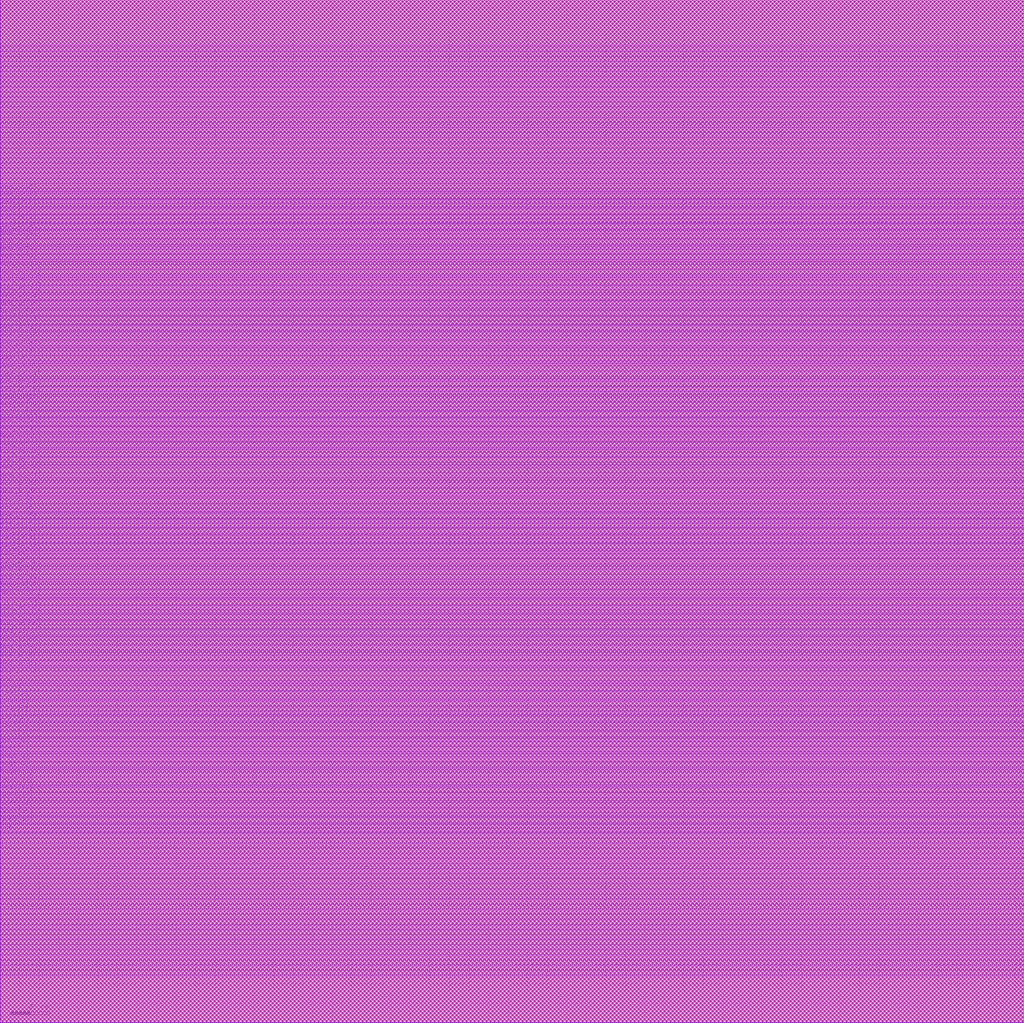
<source format=lef>
##
## LEF for PtnCells ;
## created by Innovus v15.23-s045_1 on Thu Mar 20 11:53:42 2025
##

VERSION 5.8 ;

BUSBITCHARS "[]" ;
DIVIDERCHAR "/" ;

MACRO core
  CLASS BLOCK ;
  SIZE 524.2000 BY 524.0000 ;
  FOREIGN core 0.0000 0.0000 ;
  ORIGIN 0 0 ;
  SYMMETRY X Y R90 ;
  PIN clk
    DIRECTION INPUT ;
    USE SIGNAL ;
    PORT
      LAYER M3 ;
        RECT 0.0000 97.7500 0.5200 97.8500 ;
    END
  END clk
  PIN sum_out[23]
    DIRECTION OUTPUT ;
    USE SIGNAL ;
    PORT
      LAYER M3 ;
        RECT 523.6800 84.1500 524.2000 84.2500 ;
    END
  END sum_out[23]
  PIN sum_out[22]
    DIRECTION OUTPUT ;
    USE SIGNAL ;
    PORT
      LAYER M3 ;
        RECT 523.6800 81.5500 524.2000 81.6500 ;
    END
  END sum_out[22]
  PIN sum_out[21]
    DIRECTION OUTPUT ;
    USE SIGNAL ;
    PORT
      LAYER M3 ;
        RECT 523.6800 78.9500 524.2000 79.0500 ;
    END
  END sum_out[21]
  PIN sum_out[20]
    DIRECTION OUTPUT ;
    USE SIGNAL ;
    PORT
      LAYER M3 ;
        RECT 523.6800 76.3500 524.2000 76.4500 ;
    END
  END sum_out[20]
  PIN sum_out[19]
    DIRECTION OUTPUT ;
    USE SIGNAL ;
    PORT
      LAYER M3 ;
        RECT 523.6800 73.7500 524.2000 73.8500 ;
    END
  END sum_out[19]
  PIN sum_out[18]
    DIRECTION OUTPUT ;
    USE SIGNAL ;
    PORT
      LAYER M3 ;
        RECT 523.6800 71.1500 524.2000 71.2500 ;
    END
  END sum_out[18]
  PIN sum_out[17]
    DIRECTION OUTPUT ;
    USE SIGNAL ;
    PORT
      LAYER M3 ;
        RECT 523.6800 68.5500 524.2000 68.6500 ;
    END
  END sum_out[17]
  PIN sum_out[16]
    DIRECTION OUTPUT ;
    USE SIGNAL ;
    PORT
      LAYER M3 ;
        RECT 523.6800 65.9500 524.2000 66.0500 ;
    END
  END sum_out[16]
  PIN sum_out[15]
    DIRECTION OUTPUT ;
    USE SIGNAL ;
    PORT
      LAYER M3 ;
        RECT 523.6800 63.3500 524.2000 63.4500 ;
    END
  END sum_out[15]
  PIN sum_out[14]
    DIRECTION OUTPUT ;
    USE SIGNAL ;
    PORT
      LAYER M3 ;
        RECT 523.6800 60.7500 524.2000 60.8500 ;
    END
  END sum_out[14]
  PIN sum_out[13]
    DIRECTION OUTPUT ;
    USE SIGNAL ;
    PORT
      LAYER M3 ;
        RECT 523.6800 58.1500 524.2000 58.2500 ;
    END
  END sum_out[13]
  PIN sum_out[12]
    DIRECTION OUTPUT ;
    USE SIGNAL ;
    PORT
      LAYER M3 ;
        RECT 523.6800 55.5500 524.2000 55.6500 ;
    END
  END sum_out[12]
  PIN sum_out[11]
    DIRECTION OUTPUT ;
    USE SIGNAL ;
    PORT
      LAYER M3 ;
        RECT 523.6800 52.9500 524.2000 53.0500 ;
    END
  END sum_out[11]
  PIN sum_out[10]
    DIRECTION OUTPUT ;
    USE SIGNAL ;
    PORT
      LAYER M3 ;
        RECT 523.6800 50.3500 524.2000 50.4500 ;
    END
  END sum_out[10]
  PIN sum_out[9]
    DIRECTION OUTPUT ;
    USE SIGNAL ;
    PORT
      LAYER M3 ;
        RECT 523.6800 47.7500 524.2000 47.8500 ;
    END
  END sum_out[9]
  PIN sum_out[8]
    DIRECTION OUTPUT ;
    USE SIGNAL ;
    PORT
      LAYER M3 ;
        RECT 523.6800 45.1500 524.2000 45.2500 ;
    END
  END sum_out[8]
  PIN sum_out[7]
    DIRECTION OUTPUT ;
    USE SIGNAL ;
    PORT
      LAYER M3 ;
        RECT 523.6800 42.5500 524.2000 42.6500 ;
    END
  END sum_out[7]
  PIN sum_out[6]
    DIRECTION OUTPUT ;
    USE SIGNAL ;
    PORT
      LAYER M3 ;
        RECT 523.6800 39.9500 524.2000 40.0500 ;
    END
  END sum_out[6]
  PIN sum_out[5]
    DIRECTION OUTPUT ;
    USE SIGNAL ;
    PORT
      LAYER M3 ;
        RECT 523.6800 37.3500 524.2000 37.4500 ;
    END
  END sum_out[5]
  PIN sum_out[4]
    DIRECTION OUTPUT ;
    USE SIGNAL ;
    PORT
      LAYER M3 ;
        RECT 523.6800 34.7500 524.2000 34.8500 ;
    END
  END sum_out[4]
  PIN sum_out[3]
    DIRECTION OUTPUT ;
    USE SIGNAL ;
    PORT
      LAYER M3 ;
        RECT 523.6800 32.1500 524.2000 32.2500 ;
    END
  END sum_out[3]
  PIN sum_out[2]
    DIRECTION OUTPUT ;
    USE SIGNAL ;
    PORT
      LAYER M3 ;
        RECT 523.6800 29.5500 524.2000 29.6500 ;
    END
  END sum_out[2]
  PIN sum_out[1]
    DIRECTION OUTPUT ;
    USE SIGNAL ;
    PORT
      LAYER M3 ;
        RECT 523.6800 26.9500 524.2000 27.0500 ;
    END
  END sum_out[1]
  PIN sum_out[0]
    DIRECTION OUTPUT ;
    USE SIGNAL ;
    PORT
      LAYER M3 ;
        RECT 523.6800 24.3500 524.2000 24.4500 ;
    END
  END sum_out[0]
  PIN mem_in[63]
    DIRECTION INPUT ;
    USE SIGNAL ;
    PORT
      LAYER M3 ;
        RECT 0.0000 173.7500 0.5200 173.8500 ;
    END
  END mem_in[63]
  PIN mem_in[62]
    DIRECTION INPUT ;
    USE SIGNAL ;
    PORT
      LAYER M3 ;
        RECT 0.0000 177.7500 0.5200 177.8500 ;
    END
  END mem_in[62]
  PIN mem_in[61]
    DIRECTION INPUT ;
    USE SIGNAL ;
    PORT
      LAYER M3 ;
        RECT 0.0000 181.7500 0.5200 181.8500 ;
    END
  END mem_in[61]
  PIN mem_in[60]
    DIRECTION INPUT ;
    USE SIGNAL ;
    PORT
      LAYER M3 ;
        RECT 0.0000 185.7500 0.5200 185.8500 ;
    END
  END mem_in[60]
  PIN mem_in[59]
    DIRECTION INPUT ;
    USE SIGNAL ;
    PORT
      LAYER M3 ;
        RECT 0.0000 189.7500 0.5200 189.8500 ;
    END
  END mem_in[59]
  PIN mem_in[58]
    DIRECTION INPUT ;
    USE SIGNAL ;
    PORT
      LAYER M3 ;
        RECT 0.0000 193.7500 0.5200 193.8500 ;
    END
  END mem_in[58]
  PIN mem_in[57]
    DIRECTION INPUT ;
    USE SIGNAL ;
    PORT
      LAYER M3 ;
        RECT 0.0000 197.7500 0.5200 197.8500 ;
    END
  END mem_in[57]
  PIN mem_in[56]
    DIRECTION INPUT ;
    USE SIGNAL ;
    PORT
      LAYER M3 ;
        RECT 0.0000 201.7500 0.5200 201.8500 ;
    END
  END mem_in[56]
  PIN mem_in[55]
    DIRECTION INPUT ;
    USE SIGNAL ;
    PORT
      LAYER M3 ;
        RECT 0.0000 205.7500 0.5200 205.8500 ;
    END
  END mem_in[55]
  PIN mem_in[54]
    DIRECTION INPUT ;
    USE SIGNAL ;
    PORT
      LAYER M3 ;
        RECT 0.0000 209.7500 0.5200 209.8500 ;
    END
  END mem_in[54]
  PIN mem_in[53]
    DIRECTION INPUT ;
    USE SIGNAL ;
    PORT
      LAYER M3 ;
        RECT 0.0000 213.7500 0.5200 213.8500 ;
    END
  END mem_in[53]
  PIN mem_in[52]
    DIRECTION INPUT ;
    USE SIGNAL ;
    PORT
      LAYER M3 ;
        RECT 0.0000 217.7500 0.5200 217.8500 ;
    END
  END mem_in[52]
  PIN mem_in[51]
    DIRECTION INPUT ;
    USE SIGNAL ;
    PORT
      LAYER M3 ;
        RECT 0.0000 221.7500 0.5200 221.8500 ;
    END
  END mem_in[51]
  PIN mem_in[50]
    DIRECTION INPUT ;
    USE SIGNAL ;
    PORT
      LAYER M3 ;
        RECT 0.0000 225.7500 0.5200 225.8500 ;
    END
  END mem_in[50]
  PIN mem_in[49]
    DIRECTION INPUT ;
    USE SIGNAL ;
    PORT
      LAYER M3 ;
        RECT 0.0000 229.7500 0.5200 229.8500 ;
    END
  END mem_in[49]
  PIN mem_in[48]
    DIRECTION INPUT ;
    USE SIGNAL ;
    PORT
      LAYER M3 ;
        RECT 0.0000 233.7500 0.5200 233.8500 ;
    END
  END mem_in[48]
  PIN mem_in[47]
    DIRECTION INPUT ;
    USE SIGNAL ;
    PORT
      LAYER M3 ;
        RECT 0.0000 237.7500 0.5200 237.8500 ;
    END
  END mem_in[47]
  PIN mem_in[46]
    DIRECTION INPUT ;
    USE SIGNAL ;
    PORT
      LAYER M3 ;
        RECT 0.0000 241.7500 0.5200 241.8500 ;
    END
  END mem_in[46]
  PIN mem_in[45]
    DIRECTION INPUT ;
    USE SIGNAL ;
    PORT
      LAYER M3 ;
        RECT 0.0000 245.7500 0.5200 245.8500 ;
    END
  END mem_in[45]
  PIN mem_in[44]
    DIRECTION INPUT ;
    USE SIGNAL ;
    PORT
      LAYER M3 ;
        RECT 0.0000 249.7500 0.5200 249.8500 ;
    END
  END mem_in[44]
  PIN mem_in[43]
    DIRECTION INPUT ;
    USE SIGNAL ;
    PORT
      LAYER M3 ;
        RECT 0.0000 253.7500 0.5200 253.8500 ;
    END
  END mem_in[43]
  PIN mem_in[42]
    DIRECTION INPUT ;
    USE SIGNAL ;
    PORT
      LAYER M3 ;
        RECT 0.0000 257.7500 0.5200 257.8500 ;
    END
  END mem_in[42]
  PIN mem_in[41]
    DIRECTION INPUT ;
    USE SIGNAL ;
    PORT
      LAYER M3 ;
        RECT 0.0000 261.7500 0.5200 261.8500 ;
    END
  END mem_in[41]
  PIN mem_in[40]
    DIRECTION INPUT ;
    USE SIGNAL ;
    PORT
      LAYER M3 ;
        RECT 0.0000 265.7500 0.5200 265.8500 ;
    END
  END mem_in[40]
  PIN mem_in[39]
    DIRECTION INPUT ;
    USE SIGNAL ;
    PORT
      LAYER M3 ;
        RECT 0.0000 269.7500 0.5200 269.8500 ;
    END
  END mem_in[39]
  PIN mem_in[38]
    DIRECTION INPUT ;
    USE SIGNAL ;
    PORT
      LAYER M3 ;
        RECT 0.0000 273.7500 0.5200 273.8500 ;
    END
  END mem_in[38]
  PIN mem_in[37]
    DIRECTION INPUT ;
    USE SIGNAL ;
    PORT
      LAYER M3 ;
        RECT 0.0000 277.7500 0.5200 277.8500 ;
    END
  END mem_in[37]
  PIN mem_in[36]
    DIRECTION INPUT ;
    USE SIGNAL ;
    PORT
      LAYER M3 ;
        RECT 0.0000 281.7500 0.5200 281.8500 ;
    END
  END mem_in[36]
  PIN mem_in[35]
    DIRECTION INPUT ;
    USE SIGNAL ;
    PORT
      LAYER M3 ;
        RECT 0.0000 285.7500 0.5200 285.8500 ;
    END
  END mem_in[35]
  PIN mem_in[34]
    DIRECTION INPUT ;
    USE SIGNAL ;
    PORT
      LAYER M3 ;
        RECT 0.0000 289.7500 0.5200 289.8500 ;
    END
  END mem_in[34]
  PIN mem_in[33]
    DIRECTION INPUT ;
    USE SIGNAL ;
    PORT
      LAYER M3 ;
        RECT 0.0000 293.7500 0.5200 293.8500 ;
    END
  END mem_in[33]
  PIN mem_in[32]
    DIRECTION INPUT ;
    USE SIGNAL ;
    PORT
      LAYER M3 ;
        RECT 0.0000 297.7500 0.5200 297.8500 ;
    END
  END mem_in[32]
  PIN mem_in[31]
    DIRECTION INPUT ;
    USE SIGNAL ;
    PORT
      LAYER M3 ;
        RECT 0.0000 301.7500 0.5200 301.8500 ;
    END
  END mem_in[31]
  PIN mem_in[30]
    DIRECTION INPUT ;
    USE SIGNAL ;
    PORT
      LAYER M3 ;
        RECT 0.0000 305.7500 0.5200 305.8500 ;
    END
  END mem_in[30]
  PIN mem_in[29]
    DIRECTION INPUT ;
    USE SIGNAL ;
    PORT
      LAYER M3 ;
        RECT 0.0000 309.7500 0.5200 309.8500 ;
    END
  END mem_in[29]
  PIN mem_in[28]
    DIRECTION INPUT ;
    USE SIGNAL ;
    PORT
      LAYER M3 ;
        RECT 0.0000 313.7500 0.5200 313.8500 ;
    END
  END mem_in[28]
  PIN mem_in[27]
    DIRECTION INPUT ;
    USE SIGNAL ;
    PORT
      LAYER M3 ;
        RECT 0.0000 317.7500 0.5200 317.8500 ;
    END
  END mem_in[27]
  PIN mem_in[26]
    DIRECTION INPUT ;
    USE SIGNAL ;
    PORT
      LAYER M3 ;
        RECT 0.0000 321.7500 0.5200 321.8500 ;
    END
  END mem_in[26]
  PIN mem_in[25]
    DIRECTION INPUT ;
    USE SIGNAL ;
    PORT
      LAYER M3 ;
        RECT 0.0000 325.7500 0.5200 325.8500 ;
    END
  END mem_in[25]
  PIN mem_in[24]
    DIRECTION INPUT ;
    USE SIGNAL ;
    PORT
      LAYER M3 ;
        RECT 0.0000 329.7500 0.5200 329.8500 ;
    END
  END mem_in[24]
  PIN mem_in[23]
    DIRECTION INPUT ;
    USE SIGNAL ;
    PORT
      LAYER M3 ;
        RECT 0.0000 333.7500 0.5200 333.8500 ;
    END
  END mem_in[23]
  PIN mem_in[22]
    DIRECTION INPUT ;
    USE SIGNAL ;
    PORT
      LAYER M3 ;
        RECT 0.0000 337.7500 0.5200 337.8500 ;
    END
  END mem_in[22]
  PIN mem_in[21]
    DIRECTION INPUT ;
    USE SIGNAL ;
    PORT
      LAYER M3 ;
        RECT 0.0000 341.7500 0.5200 341.8500 ;
    END
  END mem_in[21]
  PIN mem_in[20]
    DIRECTION INPUT ;
    USE SIGNAL ;
    PORT
      LAYER M3 ;
        RECT 0.0000 345.7500 0.5200 345.8500 ;
    END
  END mem_in[20]
  PIN mem_in[19]
    DIRECTION INPUT ;
    USE SIGNAL ;
    PORT
      LAYER M3 ;
        RECT 0.0000 349.7500 0.5200 349.8500 ;
    END
  END mem_in[19]
  PIN mem_in[18]
    DIRECTION INPUT ;
    USE SIGNAL ;
    PORT
      LAYER M3 ;
        RECT 0.0000 353.7500 0.5200 353.8500 ;
    END
  END mem_in[18]
  PIN mem_in[17]
    DIRECTION INPUT ;
    USE SIGNAL ;
    PORT
      LAYER M3 ;
        RECT 0.0000 357.7500 0.5200 357.8500 ;
    END
  END mem_in[17]
  PIN mem_in[16]
    DIRECTION INPUT ;
    USE SIGNAL ;
    PORT
      LAYER M3 ;
        RECT 0.0000 361.7500 0.5200 361.8500 ;
    END
  END mem_in[16]
  PIN mem_in[15]
    DIRECTION INPUT ;
    USE SIGNAL ;
    PORT
      LAYER M3 ;
        RECT 0.0000 365.7500 0.5200 365.8500 ;
    END
  END mem_in[15]
  PIN mem_in[14]
    DIRECTION INPUT ;
    USE SIGNAL ;
    PORT
      LAYER M3 ;
        RECT 0.0000 369.7500 0.5200 369.8500 ;
    END
  END mem_in[14]
  PIN mem_in[13]
    DIRECTION INPUT ;
    USE SIGNAL ;
    PORT
      LAYER M3 ;
        RECT 0.0000 373.7500 0.5200 373.8500 ;
    END
  END mem_in[13]
  PIN mem_in[12]
    DIRECTION INPUT ;
    USE SIGNAL ;
    PORT
      LAYER M3 ;
        RECT 0.0000 377.7500 0.5200 377.8500 ;
    END
  END mem_in[12]
  PIN mem_in[11]
    DIRECTION INPUT ;
    USE SIGNAL ;
    PORT
      LAYER M3 ;
        RECT 0.0000 381.7500 0.5200 381.8500 ;
    END
  END mem_in[11]
  PIN mem_in[10]
    DIRECTION INPUT ;
    USE SIGNAL ;
    PORT
      LAYER M3 ;
        RECT 0.0000 385.7500 0.5200 385.8500 ;
    END
  END mem_in[10]
  PIN mem_in[9]
    DIRECTION INPUT ;
    USE SIGNAL ;
    PORT
      LAYER M3 ;
        RECT 0.0000 389.7500 0.5200 389.8500 ;
    END
  END mem_in[9]
  PIN mem_in[8]
    DIRECTION INPUT ;
    USE SIGNAL ;
    PORT
      LAYER M3 ;
        RECT 0.0000 393.7500 0.5200 393.8500 ;
    END
  END mem_in[8]
  PIN mem_in[7]
    DIRECTION INPUT ;
    USE SIGNAL ;
    PORT
      LAYER M3 ;
        RECT 0.0000 397.7500 0.5200 397.8500 ;
    END
  END mem_in[7]
  PIN mem_in[6]
    DIRECTION INPUT ;
    USE SIGNAL ;
    PORT
      LAYER M3 ;
        RECT 0.0000 401.7500 0.5200 401.8500 ;
    END
  END mem_in[6]
  PIN mem_in[5]
    DIRECTION INPUT ;
    USE SIGNAL ;
    PORT
      LAYER M3 ;
        RECT 0.0000 405.7500 0.5200 405.8500 ;
    END
  END mem_in[5]
  PIN mem_in[4]
    DIRECTION INPUT ;
    USE SIGNAL ;
    PORT
      LAYER M3 ;
        RECT 0.0000 409.7500 0.5200 409.8500 ;
    END
  END mem_in[4]
  PIN mem_in[3]
    DIRECTION INPUT ;
    USE SIGNAL ;
    PORT
      LAYER M3 ;
        RECT 0.0000 413.7500 0.5200 413.8500 ;
    END
  END mem_in[3]
  PIN mem_in[2]
    DIRECTION INPUT ;
    USE SIGNAL ;
    PORT
      LAYER M3 ;
        RECT 0.0000 417.7500 0.5200 417.8500 ;
    END
  END mem_in[2]
  PIN mem_in[1]
    DIRECTION INPUT ;
    USE SIGNAL ;
    PORT
      LAYER M3 ;
        RECT 0.0000 421.7500 0.5200 421.8500 ;
    END
  END mem_in[1]
  PIN mem_in[0]
    DIRECTION INPUT ;
    USE SIGNAL ;
    PORT
      LAYER M3 ;
        RECT 0.0000 425.7500 0.5200 425.8500 ;
    END
  END mem_in[0]
  PIN out[159]
    DIRECTION OUTPUT ;
    USE SIGNAL ;
    PORT
      LAYER M3 ;
        RECT 523.6800 500.1500 524.2000 500.2500 ;
    END
  END out[159]
  PIN out[158]
    DIRECTION OUTPUT ;
    USE SIGNAL ;
    PORT
      LAYER M3 ;
        RECT 523.6800 497.5500 524.2000 497.6500 ;
    END
  END out[158]
  PIN out[157]
    DIRECTION OUTPUT ;
    USE SIGNAL ;
    PORT
      LAYER M3 ;
        RECT 523.6800 494.9500 524.2000 495.0500 ;
    END
  END out[157]
  PIN out[156]
    DIRECTION OUTPUT ;
    USE SIGNAL ;
    PORT
      LAYER M3 ;
        RECT 523.6800 492.3500 524.2000 492.4500 ;
    END
  END out[156]
  PIN out[155]
    DIRECTION OUTPUT ;
    USE SIGNAL ;
    PORT
      LAYER M3 ;
        RECT 523.6800 489.7500 524.2000 489.8500 ;
    END
  END out[155]
  PIN out[154]
    DIRECTION OUTPUT ;
    USE SIGNAL ;
    PORT
      LAYER M3 ;
        RECT 523.6800 487.1500 524.2000 487.2500 ;
    END
  END out[154]
  PIN out[153]
    DIRECTION OUTPUT ;
    USE SIGNAL ;
    PORT
      LAYER M3 ;
        RECT 523.6800 484.5500 524.2000 484.6500 ;
    END
  END out[153]
  PIN out[152]
    DIRECTION OUTPUT ;
    USE SIGNAL ;
    PORT
      LAYER M3 ;
        RECT 523.6800 481.9500 524.2000 482.0500 ;
    END
  END out[152]
  PIN out[151]
    DIRECTION OUTPUT ;
    USE SIGNAL ;
    PORT
      LAYER M3 ;
        RECT 523.6800 479.3500 524.2000 479.4500 ;
    END
  END out[151]
  PIN out[150]
    DIRECTION OUTPUT ;
    USE SIGNAL ;
    PORT
      LAYER M3 ;
        RECT 523.6800 476.7500 524.2000 476.8500 ;
    END
  END out[150]
  PIN out[149]
    DIRECTION OUTPUT ;
    USE SIGNAL ;
    PORT
      LAYER M3 ;
        RECT 523.6800 474.1500 524.2000 474.2500 ;
    END
  END out[149]
  PIN out[148]
    DIRECTION OUTPUT ;
    USE SIGNAL ;
    PORT
      LAYER M3 ;
        RECT 523.6800 471.5500 524.2000 471.6500 ;
    END
  END out[148]
  PIN out[147]
    DIRECTION OUTPUT ;
    USE SIGNAL ;
    PORT
      LAYER M3 ;
        RECT 523.6800 468.9500 524.2000 469.0500 ;
    END
  END out[147]
  PIN out[146]
    DIRECTION OUTPUT ;
    USE SIGNAL ;
    PORT
      LAYER M3 ;
        RECT 523.6800 466.3500 524.2000 466.4500 ;
    END
  END out[146]
  PIN out[145]
    DIRECTION OUTPUT ;
    USE SIGNAL ;
    PORT
      LAYER M3 ;
        RECT 523.6800 463.7500 524.2000 463.8500 ;
    END
  END out[145]
  PIN out[144]
    DIRECTION OUTPUT ;
    USE SIGNAL ;
    PORT
      LAYER M3 ;
        RECT 523.6800 461.1500 524.2000 461.2500 ;
    END
  END out[144]
  PIN out[143]
    DIRECTION OUTPUT ;
    USE SIGNAL ;
    PORT
      LAYER M3 ;
        RECT 523.6800 458.5500 524.2000 458.6500 ;
    END
  END out[143]
  PIN out[142]
    DIRECTION OUTPUT ;
    USE SIGNAL ;
    PORT
      LAYER M3 ;
        RECT 523.6800 455.9500 524.2000 456.0500 ;
    END
  END out[142]
  PIN out[141]
    DIRECTION OUTPUT ;
    USE SIGNAL ;
    PORT
      LAYER M3 ;
        RECT 523.6800 453.3500 524.2000 453.4500 ;
    END
  END out[141]
  PIN out[140]
    DIRECTION OUTPUT ;
    USE SIGNAL ;
    PORT
      LAYER M3 ;
        RECT 523.6800 450.7500 524.2000 450.8500 ;
    END
  END out[140]
  PIN out[139]
    DIRECTION OUTPUT ;
    USE SIGNAL ;
    PORT
      LAYER M3 ;
        RECT 523.6800 448.1500 524.2000 448.2500 ;
    END
  END out[139]
  PIN out[138]
    DIRECTION OUTPUT ;
    USE SIGNAL ;
    PORT
      LAYER M3 ;
        RECT 523.6800 445.5500 524.2000 445.6500 ;
    END
  END out[138]
  PIN out[137]
    DIRECTION OUTPUT ;
    USE SIGNAL ;
    PORT
      LAYER M3 ;
        RECT 523.6800 442.9500 524.2000 443.0500 ;
    END
  END out[137]
  PIN out[136]
    DIRECTION OUTPUT ;
    USE SIGNAL ;
    PORT
      LAYER M3 ;
        RECT 523.6800 440.3500 524.2000 440.4500 ;
    END
  END out[136]
  PIN out[135]
    DIRECTION OUTPUT ;
    USE SIGNAL ;
    PORT
      LAYER M3 ;
        RECT 523.6800 437.7500 524.2000 437.8500 ;
    END
  END out[135]
  PIN out[134]
    DIRECTION OUTPUT ;
    USE SIGNAL ;
    PORT
      LAYER M3 ;
        RECT 523.6800 435.1500 524.2000 435.2500 ;
    END
  END out[134]
  PIN out[133]
    DIRECTION OUTPUT ;
    USE SIGNAL ;
    PORT
      LAYER M3 ;
        RECT 523.6800 432.5500 524.2000 432.6500 ;
    END
  END out[133]
  PIN out[132]
    DIRECTION OUTPUT ;
    USE SIGNAL ;
    PORT
      LAYER M3 ;
        RECT 523.6800 429.9500 524.2000 430.0500 ;
    END
  END out[132]
  PIN out[131]
    DIRECTION OUTPUT ;
    USE SIGNAL ;
    PORT
      LAYER M3 ;
        RECT 523.6800 427.3500 524.2000 427.4500 ;
    END
  END out[131]
  PIN out[130]
    DIRECTION OUTPUT ;
    USE SIGNAL ;
    PORT
      LAYER M3 ;
        RECT 523.6800 424.7500 524.2000 424.8500 ;
    END
  END out[130]
  PIN out[129]
    DIRECTION OUTPUT ;
    USE SIGNAL ;
    PORT
      LAYER M3 ;
        RECT 523.6800 422.1500 524.2000 422.2500 ;
    END
  END out[129]
  PIN out[128]
    DIRECTION OUTPUT ;
    USE SIGNAL ;
    PORT
      LAYER M3 ;
        RECT 523.6800 419.5500 524.2000 419.6500 ;
    END
  END out[128]
  PIN out[127]
    DIRECTION OUTPUT ;
    USE SIGNAL ;
    PORT
      LAYER M3 ;
        RECT 523.6800 416.9500 524.2000 417.0500 ;
    END
  END out[127]
  PIN out[126]
    DIRECTION OUTPUT ;
    USE SIGNAL ;
    PORT
      LAYER M3 ;
        RECT 523.6800 414.3500 524.2000 414.4500 ;
    END
  END out[126]
  PIN out[125]
    DIRECTION OUTPUT ;
    USE SIGNAL ;
    PORT
      LAYER M3 ;
        RECT 523.6800 411.7500 524.2000 411.8500 ;
    END
  END out[125]
  PIN out[124]
    DIRECTION OUTPUT ;
    USE SIGNAL ;
    PORT
      LAYER M3 ;
        RECT 523.6800 409.1500 524.2000 409.2500 ;
    END
  END out[124]
  PIN out[123]
    DIRECTION OUTPUT ;
    USE SIGNAL ;
    PORT
      LAYER M3 ;
        RECT 523.6800 406.5500 524.2000 406.6500 ;
    END
  END out[123]
  PIN out[122]
    DIRECTION OUTPUT ;
    USE SIGNAL ;
    PORT
      LAYER M3 ;
        RECT 523.6800 403.9500 524.2000 404.0500 ;
    END
  END out[122]
  PIN out[121]
    DIRECTION OUTPUT ;
    USE SIGNAL ;
    PORT
      LAYER M3 ;
        RECT 523.6800 401.3500 524.2000 401.4500 ;
    END
  END out[121]
  PIN out[120]
    DIRECTION OUTPUT ;
    USE SIGNAL ;
    PORT
      LAYER M3 ;
        RECT 523.6800 398.7500 524.2000 398.8500 ;
    END
  END out[120]
  PIN out[119]
    DIRECTION OUTPUT ;
    USE SIGNAL ;
    PORT
      LAYER M3 ;
        RECT 523.6800 396.1500 524.2000 396.2500 ;
    END
  END out[119]
  PIN out[118]
    DIRECTION OUTPUT ;
    USE SIGNAL ;
    PORT
      LAYER M3 ;
        RECT 523.6800 393.5500 524.2000 393.6500 ;
    END
  END out[118]
  PIN out[117]
    DIRECTION OUTPUT ;
    USE SIGNAL ;
    PORT
      LAYER M3 ;
        RECT 523.6800 390.9500 524.2000 391.0500 ;
    END
  END out[117]
  PIN out[116]
    DIRECTION OUTPUT ;
    USE SIGNAL ;
    PORT
      LAYER M3 ;
        RECT 523.6800 388.3500 524.2000 388.4500 ;
    END
  END out[116]
  PIN out[115]
    DIRECTION OUTPUT ;
    USE SIGNAL ;
    PORT
      LAYER M3 ;
        RECT 523.6800 385.7500 524.2000 385.8500 ;
    END
  END out[115]
  PIN out[114]
    DIRECTION OUTPUT ;
    USE SIGNAL ;
    PORT
      LAYER M3 ;
        RECT 523.6800 383.1500 524.2000 383.2500 ;
    END
  END out[114]
  PIN out[113]
    DIRECTION OUTPUT ;
    USE SIGNAL ;
    PORT
      LAYER M3 ;
        RECT 523.6800 380.5500 524.2000 380.6500 ;
    END
  END out[113]
  PIN out[112]
    DIRECTION OUTPUT ;
    USE SIGNAL ;
    PORT
      LAYER M3 ;
        RECT 523.6800 377.9500 524.2000 378.0500 ;
    END
  END out[112]
  PIN out[111]
    DIRECTION OUTPUT ;
    USE SIGNAL ;
    PORT
      LAYER M3 ;
        RECT 523.6800 375.3500 524.2000 375.4500 ;
    END
  END out[111]
  PIN out[110]
    DIRECTION OUTPUT ;
    USE SIGNAL ;
    PORT
      LAYER M3 ;
        RECT 523.6800 372.7500 524.2000 372.8500 ;
    END
  END out[110]
  PIN out[109]
    DIRECTION OUTPUT ;
    USE SIGNAL ;
    PORT
      LAYER M3 ;
        RECT 523.6800 370.1500 524.2000 370.2500 ;
    END
  END out[109]
  PIN out[108]
    DIRECTION OUTPUT ;
    USE SIGNAL ;
    PORT
      LAYER M3 ;
        RECT 523.6800 367.5500 524.2000 367.6500 ;
    END
  END out[108]
  PIN out[107]
    DIRECTION OUTPUT ;
    USE SIGNAL ;
    PORT
      LAYER M3 ;
        RECT 523.6800 364.9500 524.2000 365.0500 ;
    END
  END out[107]
  PIN out[106]
    DIRECTION OUTPUT ;
    USE SIGNAL ;
    PORT
      LAYER M3 ;
        RECT 523.6800 362.3500 524.2000 362.4500 ;
    END
  END out[106]
  PIN out[105]
    DIRECTION OUTPUT ;
    USE SIGNAL ;
    PORT
      LAYER M3 ;
        RECT 523.6800 359.7500 524.2000 359.8500 ;
    END
  END out[105]
  PIN out[104]
    DIRECTION OUTPUT ;
    USE SIGNAL ;
    PORT
      LAYER M3 ;
        RECT 523.6800 357.1500 524.2000 357.2500 ;
    END
  END out[104]
  PIN out[103]
    DIRECTION OUTPUT ;
    USE SIGNAL ;
    PORT
      LAYER M3 ;
        RECT 523.6800 354.5500 524.2000 354.6500 ;
    END
  END out[103]
  PIN out[102]
    DIRECTION OUTPUT ;
    USE SIGNAL ;
    PORT
      LAYER M3 ;
        RECT 523.6800 351.9500 524.2000 352.0500 ;
    END
  END out[102]
  PIN out[101]
    DIRECTION OUTPUT ;
    USE SIGNAL ;
    PORT
      LAYER M3 ;
        RECT 523.6800 349.3500 524.2000 349.4500 ;
    END
  END out[101]
  PIN out[100]
    DIRECTION OUTPUT ;
    USE SIGNAL ;
    PORT
      LAYER M3 ;
        RECT 523.6800 346.7500 524.2000 346.8500 ;
    END
  END out[100]
  PIN out[99]
    DIRECTION OUTPUT ;
    USE SIGNAL ;
    PORT
      LAYER M3 ;
        RECT 523.6800 344.1500 524.2000 344.2500 ;
    END
  END out[99]
  PIN out[98]
    DIRECTION OUTPUT ;
    USE SIGNAL ;
    PORT
      LAYER M3 ;
        RECT 523.6800 341.5500 524.2000 341.6500 ;
    END
  END out[98]
  PIN out[97]
    DIRECTION OUTPUT ;
    USE SIGNAL ;
    PORT
      LAYER M3 ;
        RECT 523.6800 338.9500 524.2000 339.0500 ;
    END
  END out[97]
  PIN out[96]
    DIRECTION OUTPUT ;
    USE SIGNAL ;
    PORT
      LAYER M3 ;
        RECT 523.6800 336.3500 524.2000 336.4500 ;
    END
  END out[96]
  PIN out[95]
    DIRECTION OUTPUT ;
    USE SIGNAL ;
    PORT
      LAYER M3 ;
        RECT 523.6800 333.7500 524.2000 333.8500 ;
    END
  END out[95]
  PIN out[94]
    DIRECTION OUTPUT ;
    USE SIGNAL ;
    PORT
      LAYER M3 ;
        RECT 523.6800 331.1500 524.2000 331.2500 ;
    END
  END out[94]
  PIN out[93]
    DIRECTION OUTPUT ;
    USE SIGNAL ;
    PORT
      LAYER M3 ;
        RECT 523.6800 328.5500 524.2000 328.6500 ;
    END
  END out[93]
  PIN out[92]
    DIRECTION OUTPUT ;
    USE SIGNAL ;
    PORT
      LAYER M3 ;
        RECT 523.6800 325.9500 524.2000 326.0500 ;
    END
  END out[92]
  PIN out[91]
    DIRECTION OUTPUT ;
    USE SIGNAL ;
    PORT
      LAYER M3 ;
        RECT 523.6800 323.3500 524.2000 323.4500 ;
    END
  END out[91]
  PIN out[90]
    DIRECTION OUTPUT ;
    USE SIGNAL ;
    PORT
      LAYER M3 ;
        RECT 523.6800 320.7500 524.2000 320.8500 ;
    END
  END out[90]
  PIN out[89]
    DIRECTION OUTPUT ;
    USE SIGNAL ;
    PORT
      LAYER M3 ;
        RECT 523.6800 318.1500 524.2000 318.2500 ;
    END
  END out[89]
  PIN out[88]
    DIRECTION OUTPUT ;
    USE SIGNAL ;
    PORT
      LAYER M3 ;
        RECT 523.6800 315.5500 524.2000 315.6500 ;
    END
  END out[88]
  PIN out[87]
    DIRECTION OUTPUT ;
    USE SIGNAL ;
    PORT
      LAYER M3 ;
        RECT 523.6800 312.9500 524.2000 313.0500 ;
    END
  END out[87]
  PIN out[86]
    DIRECTION OUTPUT ;
    USE SIGNAL ;
    PORT
      LAYER M3 ;
        RECT 523.6800 310.3500 524.2000 310.4500 ;
    END
  END out[86]
  PIN out[85]
    DIRECTION OUTPUT ;
    USE SIGNAL ;
    PORT
      LAYER M3 ;
        RECT 523.6800 307.7500 524.2000 307.8500 ;
    END
  END out[85]
  PIN out[84]
    DIRECTION OUTPUT ;
    USE SIGNAL ;
    PORT
      LAYER M3 ;
        RECT 523.6800 305.1500 524.2000 305.2500 ;
    END
  END out[84]
  PIN out[83]
    DIRECTION OUTPUT ;
    USE SIGNAL ;
    PORT
      LAYER M3 ;
        RECT 523.6800 302.5500 524.2000 302.6500 ;
    END
  END out[83]
  PIN out[82]
    DIRECTION OUTPUT ;
    USE SIGNAL ;
    PORT
      LAYER M3 ;
        RECT 523.6800 299.9500 524.2000 300.0500 ;
    END
  END out[82]
  PIN out[81]
    DIRECTION OUTPUT ;
    USE SIGNAL ;
    PORT
      LAYER M3 ;
        RECT 523.6800 297.3500 524.2000 297.4500 ;
    END
  END out[81]
  PIN out[80]
    DIRECTION OUTPUT ;
    USE SIGNAL ;
    PORT
      LAYER M3 ;
        RECT 523.6800 294.7500 524.2000 294.8500 ;
    END
  END out[80]
  PIN out[79]
    DIRECTION OUTPUT ;
    USE SIGNAL ;
    PORT
      LAYER M3 ;
        RECT 523.6800 292.1500 524.2000 292.2500 ;
    END
  END out[79]
  PIN out[78]
    DIRECTION OUTPUT ;
    USE SIGNAL ;
    PORT
      LAYER M3 ;
        RECT 523.6800 289.5500 524.2000 289.6500 ;
    END
  END out[78]
  PIN out[77]
    DIRECTION OUTPUT ;
    USE SIGNAL ;
    PORT
      LAYER M3 ;
        RECT 523.6800 286.9500 524.2000 287.0500 ;
    END
  END out[77]
  PIN out[76]
    DIRECTION OUTPUT ;
    USE SIGNAL ;
    PORT
      LAYER M3 ;
        RECT 523.6800 284.3500 524.2000 284.4500 ;
    END
  END out[76]
  PIN out[75]
    DIRECTION OUTPUT ;
    USE SIGNAL ;
    PORT
      LAYER M3 ;
        RECT 523.6800 281.7500 524.2000 281.8500 ;
    END
  END out[75]
  PIN out[74]
    DIRECTION OUTPUT ;
    USE SIGNAL ;
    PORT
      LAYER M3 ;
        RECT 523.6800 279.1500 524.2000 279.2500 ;
    END
  END out[74]
  PIN out[73]
    DIRECTION OUTPUT ;
    USE SIGNAL ;
    PORT
      LAYER M3 ;
        RECT 523.6800 276.5500 524.2000 276.6500 ;
    END
  END out[73]
  PIN out[72]
    DIRECTION OUTPUT ;
    USE SIGNAL ;
    PORT
      LAYER M3 ;
        RECT 523.6800 273.9500 524.2000 274.0500 ;
    END
  END out[72]
  PIN out[71]
    DIRECTION OUTPUT ;
    USE SIGNAL ;
    PORT
      LAYER M3 ;
        RECT 523.6800 271.3500 524.2000 271.4500 ;
    END
  END out[71]
  PIN out[70]
    DIRECTION OUTPUT ;
    USE SIGNAL ;
    PORT
      LAYER M3 ;
        RECT 523.6800 268.7500 524.2000 268.8500 ;
    END
  END out[70]
  PIN out[69]
    DIRECTION OUTPUT ;
    USE SIGNAL ;
    PORT
      LAYER M3 ;
        RECT 523.6800 266.1500 524.2000 266.2500 ;
    END
  END out[69]
  PIN out[68]
    DIRECTION OUTPUT ;
    USE SIGNAL ;
    PORT
      LAYER M3 ;
        RECT 523.6800 263.5500 524.2000 263.6500 ;
    END
  END out[68]
  PIN out[67]
    DIRECTION OUTPUT ;
    USE SIGNAL ;
    PORT
      LAYER M3 ;
        RECT 523.6800 260.9500 524.2000 261.0500 ;
    END
  END out[67]
  PIN out[66]
    DIRECTION OUTPUT ;
    USE SIGNAL ;
    PORT
      LAYER M3 ;
        RECT 523.6800 258.3500 524.2000 258.4500 ;
    END
  END out[66]
  PIN out[65]
    DIRECTION OUTPUT ;
    USE SIGNAL ;
    PORT
      LAYER M3 ;
        RECT 523.6800 255.7500 524.2000 255.8500 ;
    END
  END out[65]
  PIN out[64]
    DIRECTION OUTPUT ;
    USE SIGNAL ;
    PORT
      LAYER M3 ;
        RECT 523.6800 253.1500 524.2000 253.2500 ;
    END
  END out[64]
  PIN out[63]
    DIRECTION OUTPUT ;
    USE SIGNAL ;
    PORT
      LAYER M3 ;
        RECT 523.6800 250.5500 524.2000 250.6500 ;
    END
  END out[63]
  PIN out[62]
    DIRECTION OUTPUT ;
    USE SIGNAL ;
    PORT
      LAYER M3 ;
        RECT 523.6800 247.9500 524.2000 248.0500 ;
    END
  END out[62]
  PIN out[61]
    DIRECTION OUTPUT ;
    USE SIGNAL ;
    PORT
      LAYER M3 ;
        RECT 523.6800 245.3500 524.2000 245.4500 ;
    END
  END out[61]
  PIN out[60]
    DIRECTION OUTPUT ;
    USE SIGNAL ;
    PORT
      LAYER M3 ;
        RECT 523.6800 242.7500 524.2000 242.8500 ;
    END
  END out[60]
  PIN out[59]
    DIRECTION OUTPUT ;
    USE SIGNAL ;
    PORT
      LAYER M3 ;
        RECT 523.6800 240.1500 524.2000 240.2500 ;
    END
  END out[59]
  PIN out[58]
    DIRECTION OUTPUT ;
    USE SIGNAL ;
    PORT
      LAYER M3 ;
        RECT 523.6800 237.5500 524.2000 237.6500 ;
    END
  END out[58]
  PIN out[57]
    DIRECTION OUTPUT ;
    USE SIGNAL ;
    PORT
      LAYER M3 ;
        RECT 523.6800 234.9500 524.2000 235.0500 ;
    END
  END out[57]
  PIN out[56]
    DIRECTION OUTPUT ;
    USE SIGNAL ;
    PORT
      LAYER M3 ;
        RECT 523.6800 232.3500 524.2000 232.4500 ;
    END
  END out[56]
  PIN out[55]
    DIRECTION OUTPUT ;
    USE SIGNAL ;
    PORT
      LAYER M3 ;
        RECT 523.6800 229.7500 524.2000 229.8500 ;
    END
  END out[55]
  PIN out[54]
    DIRECTION OUTPUT ;
    USE SIGNAL ;
    PORT
      LAYER M3 ;
        RECT 523.6800 227.1500 524.2000 227.2500 ;
    END
  END out[54]
  PIN out[53]
    DIRECTION OUTPUT ;
    USE SIGNAL ;
    PORT
      LAYER M3 ;
        RECT 523.6800 224.5500 524.2000 224.6500 ;
    END
  END out[53]
  PIN out[52]
    DIRECTION OUTPUT ;
    USE SIGNAL ;
    PORT
      LAYER M3 ;
        RECT 523.6800 221.9500 524.2000 222.0500 ;
    END
  END out[52]
  PIN out[51]
    DIRECTION OUTPUT ;
    USE SIGNAL ;
    PORT
      LAYER M3 ;
        RECT 523.6800 219.3500 524.2000 219.4500 ;
    END
  END out[51]
  PIN out[50]
    DIRECTION OUTPUT ;
    USE SIGNAL ;
    PORT
      LAYER M3 ;
        RECT 523.6800 216.7500 524.2000 216.8500 ;
    END
  END out[50]
  PIN out[49]
    DIRECTION OUTPUT ;
    USE SIGNAL ;
    PORT
      LAYER M3 ;
        RECT 523.6800 214.1500 524.2000 214.2500 ;
    END
  END out[49]
  PIN out[48]
    DIRECTION OUTPUT ;
    USE SIGNAL ;
    PORT
      LAYER M3 ;
        RECT 523.6800 211.5500 524.2000 211.6500 ;
    END
  END out[48]
  PIN out[47]
    DIRECTION OUTPUT ;
    USE SIGNAL ;
    PORT
      LAYER M3 ;
        RECT 523.6800 208.9500 524.2000 209.0500 ;
    END
  END out[47]
  PIN out[46]
    DIRECTION OUTPUT ;
    USE SIGNAL ;
    PORT
      LAYER M3 ;
        RECT 523.6800 206.3500 524.2000 206.4500 ;
    END
  END out[46]
  PIN out[45]
    DIRECTION OUTPUT ;
    USE SIGNAL ;
    PORT
      LAYER M3 ;
        RECT 523.6800 203.7500 524.2000 203.8500 ;
    END
  END out[45]
  PIN out[44]
    DIRECTION OUTPUT ;
    USE SIGNAL ;
    PORT
      LAYER M3 ;
        RECT 523.6800 201.1500 524.2000 201.2500 ;
    END
  END out[44]
  PIN out[43]
    DIRECTION OUTPUT ;
    USE SIGNAL ;
    PORT
      LAYER M3 ;
        RECT 523.6800 198.5500 524.2000 198.6500 ;
    END
  END out[43]
  PIN out[42]
    DIRECTION OUTPUT ;
    USE SIGNAL ;
    PORT
      LAYER M3 ;
        RECT 523.6800 195.9500 524.2000 196.0500 ;
    END
  END out[42]
  PIN out[41]
    DIRECTION OUTPUT ;
    USE SIGNAL ;
    PORT
      LAYER M3 ;
        RECT 523.6800 193.3500 524.2000 193.4500 ;
    END
  END out[41]
  PIN out[40]
    DIRECTION OUTPUT ;
    USE SIGNAL ;
    PORT
      LAYER M3 ;
        RECT 523.6800 190.7500 524.2000 190.8500 ;
    END
  END out[40]
  PIN out[39]
    DIRECTION OUTPUT ;
    USE SIGNAL ;
    PORT
      LAYER M3 ;
        RECT 523.6800 188.1500 524.2000 188.2500 ;
    END
  END out[39]
  PIN out[38]
    DIRECTION OUTPUT ;
    USE SIGNAL ;
    PORT
      LAYER M3 ;
        RECT 523.6800 185.5500 524.2000 185.6500 ;
    END
  END out[38]
  PIN out[37]
    DIRECTION OUTPUT ;
    USE SIGNAL ;
    PORT
      LAYER M3 ;
        RECT 523.6800 182.9500 524.2000 183.0500 ;
    END
  END out[37]
  PIN out[36]
    DIRECTION OUTPUT ;
    USE SIGNAL ;
    PORT
      LAYER M3 ;
        RECT 523.6800 180.3500 524.2000 180.4500 ;
    END
  END out[36]
  PIN out[35]
    DIRECTION OUTPUT ;
    USE SIGNAL ;
    PORT
      LAYER M3 ;
        RECT 523.6800 177.7500 524.2000 177.8500 ;
    END
  END out[35]
  PIN out[34]
    DIRECTION OUTPUT ;
    USE SIGNAL ;
    PORT
      LAYER M3 ;
        RECT 523.6800 175.1500 524.2000 175.2500 ;
    END
  END out[34]
  PIN out[33]
    DIRECTION OUTPUT ;
    USE SIGNAL ;
    PORT
      LAYER M3 ;
        RECT 523.6800 172.5500 524.2000 172.6500 ;
    END
  END out[33]
  PIN out[32]
    DIRECTION OUTPUT ;
    USE SIGNAL ;
    PORT
      LAYER M3 ;
        RECT 523.6800 169.9500 524.2000 170.0500 ;
    END
  END out[32]
  PIN out[31]
    DIRECTION OUTPUT ;
    USE SIGNAL ;
    PORT
      LAYER M3 ;
        RECT 523.6800 167.3500 524.2000 167.4500 ;
    END
  END out[31]
  PIN out[30]
    DIRECTION OUTPUT ;
    USE SIGNAL ;
    PORT
      LAYER M3 ;
        RECT 523.6800 164.7500 524.2000 164.8500 ;
    END
  END out[30]
  PIN out[29]
    DIRECTION OUTPUT ;
    USE SIGNAL ;
    PORT
      LAYER M3 ;
        RECT 523.6800 162.1500 524.2000 162.2500 ;
    END
  END out[29]
  PIN out[28]
    DIRECTION OUTPUT ;
    USE SIGNAL ;
    PORT
      LAYER M3 ;
        RECT 523.6800 159.5500 524.2000 159.6500 ;
    END
  END out[28]
  PIN out[27]
    DIRECTION OUTPUT ;
    USE SIGNAL ;
    PORT
      LAYER M3 ;
        RECT 523.6800 156.9500 524.2000 157.0500 ;
    END
  END out[27]
  PIN out[26]
    DIRECTION OUTPUT ;
    USE SIGNAL ;
    PORT
      LAYER M3 ;
        RECT 523.6800 154.3500 524.2000 154.4500 ;
    END
  END out[26]
  PIN out[25]
    DIRECTION OUTPUT ;
    USE SIGNAL ;
    PORT
      LAYER M3 ;
        RECT 523.6800 151.7500 524.2000 151.8500 ;
    END
  END out[25]
  PIN out[24]
    DIRECTION OUTPUT ;
    USE SIGNAL ;
    PORT
      LAYER M3 ;
        RECT 523.6800 149.1500 524.2000 149.2500 ;
    END
  END out[24]
  PIN out[23]
    DIRECTION OUTPUT ;
    USE SIGNAL ;
    PORT
      LAYER M3 ;
        RECT 523.6800 146.5500 524.2000 146.6500 ;
    END
  END out[23]
  PIN out[22]
    DIRECTION OUTPUT ;
    USE SIGNAL ;
    PORT
      LAYER M3 ;
        RECT 523.6800 143.9500 524.2000 144.0500 ;
    END
  END out[22]
  PIN out[21]
    DIRECTION OUTPUT ;
    USE SIGNAL ;
    PORT
      LAYER M3 ;
        RECT 523.6800 141.3500 524.2000 141.4500 ;
    END
  END out[21]
  PIN out[20]
    DIRECTION OUTPUT ;
    USE SIGNAL ;
    PORT
      LAYER M3 ;
        RECT 523.6800 138.7500 524.2000 138.8500 ;
    END
  END out[20]
  PIN out[19]
    DIRECTION OUTPUT ;
    USE SIGNAL ;
    PORT
      LAYER M3 ;
        RECT 523.6800 136.1500 524.2000 136.2500 ;
    END
  END out[19]
  PIN out[18]
    DIRECTION OUTPUT ;
    USE SIGNAL ;
    PORT
      LAYER M3 ;
        RECT 523.6800 133.5500 524.2000 133.6500 ;
    END
  END out[18]
  PIN out[17]
    DIRECTION OUTPUT ;
    USE SIGNAL ;
    PORT
      LAYER M3 ;
        RECT 523.6800 130.9500 524.2000 131.0500 ;
    END
  END out[17]
  PIN out[16]
    DIRECTION OUTPUT ;
    USE SIGNAL ;
    PORT
      LAYER M3 ;
        RECT 523.6800 128.3500 524.2000 128.4500 ;
    END
  END out[16]
  PIN out[15]
    DIRECTION OUTPUT ;
    USE SIGNAL ;
    PORT
      LAYER M3 ;
        RECT 523.6800 125.7500 524.2000 125.8500 ;
    END
  END out[15]
  PIN out[14]
    DIRECTION OUTPUT ;
    USE SIGNAL ;
    PORT
      LAYER M3 ;
        RECT 523.6800 123.1500 524.2000 123.2500 ;
    END
  END out[14]
  PIN out[13]
    DIRECTION OUTPUT ;
    USE SIGNAL ;
    PORT
      LAYER M3 ;
        RECT 523.6800 120.5500 524.2000 120.6500 ;
    END
  END out[13]
  PIN out[12]
    DIRECTION OUTPUT ;
    USE SIGNAL ;
    PORT
      LAYER M3 ;
        RECT 523.6800 117.9500 524.2000 118.0500 ;
    END
  END out[12]
  PIN out[11]
    DIRECTION OUTPUT ;
    USE SIGNAL ;
    PORT
      LAYER M3 ;
        RECT 523.6800 115.3500 524.2000 115.4500 ;
    END
  END out[11]
  PIN out[10]
    DIRECTION OUTPUT ;
    USE SIGNAL ;
    PORT
      LAYER M3 ;
        RECT 523.6800 112.7500 524.2000 112.8500 ;
    END
  END out[10]
  PIN out[9]
    DIRECTION OUTPUT ;
    USE SIGNAL ;
    PORT
      LAYER M3 ;
        RECT 523.6800 110.1500 524.2000 110.2500 ;
    END
  END out[9]
  PIN out[8]
    DIRECTION OUTPUT ;
    USE SIGNAL ;
    PORT
      LAYER M3 ;
        RECT 523.6800 107.5500 524.2000 107.6500 ;
    END
  END out[8]
  PIN out[7]
    DIRECTION OUTPUT ;
    USE SIGNAL ;
    PORT
      LAYER M3 ;
        RECT 523.6800 104.9500 524.2000 105.0500 ;
    END
  END out[7]
  PIN out[6]
    DIRECTION OUTPUT ;
    USE SIGNAL ;
    PORT
      LAYER M3 ;
        RECT 523.6800 102.3500 524.2000 102.4500 ;
    END
  END out[6]
  PIN out[5]
    DIRECTION OUTPUT ;
    USE SIGNAL ;
    PORT
      LAYER M3 ;
        RECT 523.6800 99.7500 524.2000 99.8500 ;
    END
  END out[5]
  PIN out[4]
    DIRECTION OUTPUT ;
    USE SIGNAL ;
    PORT
      LAYER M3 ;
        RECT 523.6800 97.1500 524.2000 97.2500 ;
    END
  END out[4]
  PIN out[3]
    DIRECTION OUTPUT ;
    USE SIGNAL ;
    PORT
      LAYER M3 ;
        RECT 523.6800 94.5500 524.2000 94.6500 ;
    END
  END out[3]
  PIN out[2]
    DIRECTION OUTPUT ;
    USE SIGNAL ;
    PORT
      LAYER M3 ;
        RECT 523.6800 91.9500 524.2000 92.0500 ;
    END
  END out[2]
  PIN out[1]
    DIRECTION OUTPUT ;
    USE SIGNAL ;
    PORT
      LAYER M3 ;
        RECT 523.6800 89.3500 524.2000 89.4500 ;
    END
  END out[1]
  PIN out[0]
    DIRECTION OUTPUT ;
    USE SIGNAL ;
    PORT
      LAYER M3 ;
        RECT 523.6800 86.7500 524.2000 86.8500 ;
    END
  END out[0]
  PIN inst[16]
    DIRECTION INPUT ;
    USE SIGNAL ;
    PORT
      LAYER M3 ;
        RECT 0.0000 101.7500 0.5200 101.8500 ;
    END
  END inst[16]
  PIN inst[15]
    DIRECTION INPUT ;
    USE SIGNAL ;
    PORT
      LAYER M3 ;
        RECT 0.0000 105.7500 0.5200 105.8500 ;
    END
  END inst[15]
  PIN inst[14]
    DIRECTION INPUT ;
    USE SIGNAL ;
    PORT
      LAYER M3 ;
        RECT 0.0000 109.7500 0.5200 109.8500 ;
    END
  END inst[14]
  PIN inst[13]
    DIRECTION INPUT ;
    USE SIGNAL ;
    PORT
      LAYER M3 ;
        RECT 0.0000 113.7500 0.5200 113.8500 ;
    END
  END inst[13]
  PIN inst[12]
    DIRECTION INPUT ;
    USE SIGNAL ;
    PORT
      LAYER M3 ;
        RECT 0.0000 117.7500 0.5200 117.8500 ;
    END
  END inst[12]
  PIN inst[11]
    DIRECTION INPUT ;
    USE SIGNAL ;
    PORT
      LAYER M3 ;
        RECT 0.0000 121.7500 0.5200 121.8500 ;
    END
  END inst[11]
  PIN inst[10]
    DIRECTION INPUT ;
    USE SIGNAL ;
    PORT
      LAYER M3 ;
        RECT 0.0000 125.7500 0.5200 125.8500 ;
    END
  END inst[10]
  PIN inst[9]
    DIRECTION INPUT ;
    USE SIGNAL ;
    PORT
      LAYER M3 ;
        RECT 0.0000 129.7500 0.5200 129.8500 ;
    END
  END inst[9]
  PIN inst[8]
    DIRECTION INPUT ;
    USE SIGNAL ;
    PORT
      LAYER M3 ;
        RECT 0.0000 133.7500 0.5200 133.8500 ;
    END
  END inst[8]
  PIN inst[7]
    DIRECTION INPUT ;
    USE SIGNAL ;
    PORT
      LAYER M3 ;
        RECT 0.0000 137.7500 0.5200 137.8500 ;
    END
  END inst[7]
  PIN inst[6]
    DIRECTION INPUT ;
    USE SIGNAL ;
    PORT
      LAYER M3 ;
        RECT 0.0000 141.7500 0.5200 141.8500 ;
    END
  END inst[6]
  PIN inst[5]
    DIRECTION INPUT ;
    USE SIGNAL ;
    PORT
      LAYER M3 ;
        RECT 0.0000 145.7500 0.5200 145.8500 ;
    END
  END inst[5]
  PIN inst[4]
    DIRECTION INPUT ;
    USE SIGNAL ;
    PORT
      LAYER M3 ;
        RECT 0.0000 149.7500 0.5200 149.8500 ;
    END
  END inst[4]
  PIN inst[3]
    DIRECTION INPUT ;
    USE SIGNAL ;
    PORT
      LAYER M3 ;
        RECT 0.0000 153.7500 0.5200 153.8500 ;
    END
  END inst[3]
  PIN inst[2]
    DIRECTION INPUT ;
    USE SIGNAL ;
    PORT
      LAYER M3 ;
        RECT 0.0000 157.7500 0.5200 157.8500 ;
    END
  END inst[2]
  PIN inst[1]
    DIRECTION INPUT ;
    USE SIGNAL ;
    PORT
      LAYER M3 ;
        RECT 0.0000 161.7500 0.5200 161.8500 ;
    END
  END inst[1]
  PIN inst[0]
    DIRECTION INPUT ;
    USE SIGNAL ;
    PORT
      LAYER M3 ;
        RECT 0.0000 165.7500 0.5200 165.8500 ;
    END
  END inst[0]
  PIN reset
    DIRECTION INPUT ;
    USE SIGNAL ;
    PORT
      LAYER M3 ;
        RECT 0.0000 169.7500 0.5200 169.8500 ;
    END
  END reset
  OBS
    LAYER M1 ;
      RECT 0.0000 0.0000 524.2000 524.0000 ;
    LAYER M2 ;
      RECT 0.0000 0.0000 524.2000 524.0000 ;
    LAYER M3 ;
      RECT 0.0000 500.3500 524.2000 524.0000 ;
      RECT 0.0000 500.0500 523.5800 500.3500 ;
      RECT 0.0000 497.7500 524.2000 500.0500 ;
      RECT 0.0000 497.4500 523.5800 497.7500 ;
      RECT 0.0000 495.1500 524.2000 497.4500 ;
      RECT 0.0000 494.8500 523.5800 495.1500 ;
      RECT 0.0000 492.5500 524.2000 494.8500 ;
      RECT 0.0000 492.2500 523.5800 492.5500 ;
      RECT 0.0000 489.9500 524.2000 492.2500 ;
      RECT 0.0000 489.6500 523.5800 489.9500 ;
      RECT 0.0000 487.3500 524.2000 489.6500 ;
      RECT 0.0000 487.0500 523.5800 487.3500 ;
      RECT 0.0000 484.7500 524.2000 487.0500 ;
      RECT 0.0000 484.4500 523.5800 484.7500 ;
      RECT 0.0000 482.1500 524.2000 484.4500 ;
      RECT 0.0000 481.8500 523.5800 482.1500 ;
      RECT 0.0000 479.5500 524.2000 481.8500 ;
      RECT 0.0000 479.2500 523.5800 479.5500 ;
      RECT 0.0000 476.9500 524.2000 479.2500 ;
      RECT 0.0000 476.6500 523.5800 476.9500 ;
      RECT 0.0000 474.3500 524.2000 476.6500 ;
      RECT 0.0000 474.0500 523.5800 474.3500 ;
      RECT 0.0000 471.7500 524.2000 474.0500 ;
      RECT 0.0000 471.4500 523.5800 471.7500 ;
      RECT 0.0000 469.1500 524.2000 471.4500 ;
      RECT 0.0000 468.8500 523.5800 469.1500 ;
      RECT 0.0000 466.5500 524.2000 468.8500 ;
      RECT 0.0000 466.2500 523.5800 466.5500 ;
      RECT 0.0000 463.9500 524.2000 466.2500 ;
      RECT 0.0000 463.6500 523.5800 463.9500 ;
      RECT 0.0000 461.3500 524.2000 463.6500 ;
      RECT 0.0000 461.0500 523.5800 461.3500 ;
      RECT 0.0000 458.7500 524.2000 461.0500 ;
      RECT 0.0000 458.4500 523.5800 458.7500 ;
      RECT 0.0000 456.1500 524.2000 458.4500 ;
      RECT 0.0000 455.8500 523.5800 456.1500 ;
      RECT 0.0000 453.5500 524.2000 455.8500 ;
      RECT 0.0000 453.2500 523.5800 453.5500 ;
      RECT 0.0000 450.9500 524.2000 453.2500 ;
      RECT 0.0000 450.6500 523.5800 450.9500 ;
      RECT 0.0000 448.3500 524.2000 450.6500 ;
      RECT 0.0000 448.0500 523.5800 448.3500 ;
      RECT 0.0000 445.7500 524.2000 448.0500 ;
      RECT 0.0000 445.4500 523.5800 445.7500 ;
      RECT 0.0000 443.1500 524.2000 445.4500 ;
      RECT 0.0000 442.8500 523.5800 443.1500 ;
      RECT 0.0000 440.5500 524.2000 442.8500 ;
      RECT 0.0000 440.2500 523.5800 440.5500 ;
      RECT 0.0000 437.9500 524.2000 440.2500 ;
      RECT 0.0000 437.6500 523.5800 437.9500 ;
      RECT 0.0000 435.3500 524.2000 437.6500 ;
      RECT 0.0000 435.0500 523.5800 435.3500 ;
      RECT 0.0000 432.7500 524.2000 435.0500 ;
      RECT 0.0000 432.4500 523.5800 432.7500 ;
      RECT 0.0000 430.1500 524.2000 432.4500 ;
      RECT 0.0000 429.8500 523.5800 430.1500 ;
      RECT 0.0000 427.5500 524.2000 429.8500 ;
      RECT 0.0000 427.2500 523.5800 427.5500 ;
      RECT 0.0000 425.9500 524.2000 427.2500 ;
      RECT 0.6200 425.6500 524.2000 425.9500 ;
      RECT 0.0000 424.9500 524.2000 425.6500 ;
      RECT 0.0000 424.6500 523.5800 424.9500 ;
      RECT 0.0000 422.3500 524.2000 424.6500 ;
      RECT 0.0000 422.0500 523.5800 422.3500 ;
      RECT 0.0000 421.9500 524.2000 422.0500 ;
      RECT 0.6200 421.6500 524.2000 421.9500 ;
      RECT 0.0000 419.7500 524.2000 421.6500 ;
      RECT 0.0000 419.4500 523.5800 419.7500 ;
      RECT 0.0000 417.9500 524.2000 419.4500 ;
      RECT 0.6200 417.6500 524.2000 417.9500 ;
      RECT 0.0000 417.1500 524.2000 417.6500 ;
      RECT 0.0000 416.8500 523.5800 417.1500 ;
      RECT 0.0000 414.5500 524.2000 416.8500 ;
      RECT 0.0000 414.2500 523.5800 414.5500 ;
      RECT 0.0000 413.9500 524.2000 414.2500 ;
      RECT 0.6200 413.6500 524.2000 413.9500 ;
      RECT 0.0000 411.9500 524.2000 413.6500 ;
      RECT 0.0000 411.6500 523.5800 411.9500 ;
      RECT 0.0000 409.9500 524.2000 411.6500 ;
      RECT 0.6200 409.6500 524.2000 409.9500 ;
      RECT 0.0000 409.3500 524.2000 409.6500 ;
      RECT 0.0000 409.0500 523.5800 409.3500 ;
      RECT 0.0000 406.7500 524.2000 409.0500 ;
      RECT 0.0000 406.4500 523.5800 406.7500 ;
      RECT 0.0000 405.9500 524.2000 406.4500 ;
      RECT 0.6200 405.6500 524.2000 405.9500 ;
      RECT 0.0000 404.1500 524.2000 405.6500 ;
      RECT 0.0000 403.8500 523.5800 404.1500 ;
      RECT 0.0000 401.9500 524.2000 403.8500 ;
      RECT 0.6200 401.6500 524.2000 401.9500 ;
      RECT 0.0000 401.5500 524.2000 401.6500 ;
      RECT 0.0000 401.2500 523.5800 401.5500 ;
      RECT 0.0000 398.9500 524.2000 401.2500 ;
      RECT 0.0000 398.6500 523.5800 398.9500 ;
      RECT 0.0000 397.9500 524.2000 398.6500 ;
      RECT 0.6200 397.6500 524.2000 397.9500 ;
      RECT 0.0000 396.3500 524.2000 397.6500 ;
      RECT 0.0000 396.0500 523.5800 396.3500 ;
      RECT 0.0000 393.9500 524.2000 396.0500 ;
      RECT 0.6200 393.7500 524.2000 393.9500 ;
      RECT 0.6200 393.6500 523.5800 393.7500 ;
      RECT 0.0000 393.4500 523.5800 393.6500 ;
      RECT 0.0000 391.1500 524.2000 393.4500 ;
      RECT 0.0000 390.8500 523.5800 391.1500 ;
      RECT 0.0000 389.9500 524.2000 390.8500 ;
      RECT 0.6200 389.6500 524.2000 389.9500 ;
      RECT 0.0000 388.5500 524.2000 389.6500 ;
      RECT 0.0000 388.2500 523.5800 388.5500 ;
      RECT 0.0000 385.9500 524.2000 388.2500 ;
      RECT 0.6200 385.6500 523.5800 385.9500 ;
      RECT 0.0000 383.3500 524.2000 385.6500 ;
      RECT 0.0000 383.0500 523.5800 383.3500 ;
      RECT 0.0000 381.9500 524.2000 383.0500 ;
      RECT 0.6200 381.6500 524.2000 381.9500 ;
      RECT 0.0000 380.7500 524.2000 381.6500 ;
      RECT 0.0000 380.4500 523.5800 380.7500 ;
      RECT 0.0000 378.1500 524.2000 380.4500 ;
      RECT 0.0000 377.9500 523.5800 378.1500 ;
      RECT 0.6200 377.8500 523.5800 377.9500 ;
      RECT 0.6200 377.6500 524.2000 377.8500 ;
      RECT 0.0000 375.5500 524.2000 377.6500 ;
      RECT 0.0000 375.2500 523.5800 375.5500 ;
      RECT 0.0000 373.9500 524.2000 375.2500 ;
      RECT 0.6200 373.6500 524.2000 373.9500 ;
      RECT 0.0000 372.9500 524.2000 373.6500 ;
      RECT 0.0000 372.6500 523.5800 372.9500 ;
      RECT 0.0000 370.3500 524.2000 372.6500 ;
      RECT 0.0000 370.0500 523.5800 370.3500 ;
      RECT 0.0000 369.9500 524.2000 370.0500 ;
      RECT 0.6200 369.6500 524.2000 369.9500 ;
      RECT 0.0000 367.7500 524.2000 369.6500 ;
      RECT 0.0000 367.4500 523.5800 367.7500 ;
      RECT 0.0000 365.9500 524.2000 367.4500 ;
      RECT 0.6200 365.6500 524.2000 365.9500 ;
      RECT 0.0000 365.1500 524.2000 365.6500 ;
      RECT 0.0000 364.8500 523.5800 365.1500 ;
      RECT 0.0000 362.5500 524.2000 364.8500 ;
      RECT 0.0000 362.2500 523.5800 362.5500 ;
      RECT 0.0000 361.9500 524.2000 362.2500 ;
      RECT 0.6200 361.6500 524.2000 361.9500 ;
      RECT 0.0000 359.9500 524.2000 361.6500 ;
      RECT 0.0000 359.6500 523.5800 359.9500 ;
      RECT 0.0000 357.9500 524.2000 359.6500 ;
      RECT 0.6200 357.6500 524.2000 357.9500 ;
      RECT 0.0000 357.3500 524.2000 357.6500 ;
      RECT 0.0000 357.0500 523.5800 357.3500 ;
      RECT 0.0000 354.7500 524.2000 357.0500 ;
      RECT 0.0000 354.4500 523.5800 354.7500 ;
      RECT 0.0000 353.9500 524.2000 354.4500 ;
      RECT 0.6200 353.6500 524.2000 353.9500 ;
      RECT 0.0000 352.1500 524.2000 353.6500 ;
      RECT 0.0000 351.8500 523.5800 352.1500 ;
      RECT 0.0000 349.9500 524.2000 351.8500 ;
      RECT 0.6200 349.6500 524.2000 349.9500 ;
      RECT 0.0000 349.5500 524.2000 349.6500 ;
      RECT 0.0000 349.2500 523.5800 349.5500 ;
      RECT 0.0000 346.9500 524.2000 349.2500 ;
      RECT 0.0000 346.6500 523.5800 346.9500 ;
      RECT 0.0000 345.9500 524.2000 346.6500 ;
      RECT 0.6200 345.6500 524.2000 345.9500 ;
      RECT 0.0000 344.3500 524.2000 345.6500 ;
      RECT 0.0000 344.0500 523.5800 344.3500 ;
      RECT 0.0000 341.9500 524.2000 344.0500 ;
      RECT 0.6200 341.7500 524.2000 341.9500 ;
      RECT 0.6200 341.6500 523.5800 341.7500 ;
      RECT 0.0000 341.4500 523.5800 341.6500 ;
      RECT 0.0000 339.1500 524.2000 341.4500 ;
      RECT 0.0000 338.8500 523.5800 339.1500 ;
      RECT 0.0000 337.9500 524.2000 338.8500 ;
      RECT 0.6200 337.6500 524.2000 337.9500 ;
      RECT 0.0000 336.5500 524.2000 337.6500 ;
      RECT 0.0000 336.2500 523.5800 336.5500 ;
      RECT 0.0000 333.9500 524.2000 336.2500 ;
      RECT 0.6200 333.6500 523.5800 333.9500 ;
      RECT 0.0000 331.3500 524.2000 333.6500 ;
      RECT 0.0000 331.0500 523.5800 331.3500 ;
      RECT 0.0000 329.9500 524.2000 331.0500 ;
      RECT 0.6200 329.6500 524.2000 329.9500 ;
      RECT 0.0000 328.7500 524.2000 329.6500 ;
      RECT 0.0000 328.4500 523.5800 328.7500 ;
      RECT 0.0000 326.1500 524.2000 328.4500 ;
      RECT 0.0000 325.9500 523.5800 326.1500 ;
      RECT 0.6200 325.8500 523.5800 325.9500 ;
      RECT 0.6200 325.6500 524.2000 325.8500 ;
      RECT 0.0000 323.5500 524.2000 325.6500 ;
      RECT 0.0000 323.2500 523.5800 323.5500 ;
      RECT 0.0000 321.9500 524.2000 323.2500 ;
      RECT 0.6200 321.6500 524.2000 321.9500 ;
      RECT 0.0000 320.9500 524.2000 321.6500 ;
      RECT 0.0000 320.6500 523.5800 320.9500 ;
      RECT 0.0000 318.3500 524.2000 320.6500 ;
      RECT 0.0000 318.0500 523.5800 318.3500 ;
      RECT 0.0000 317.9500 524.2000 318.0500 ;
      RECT 0.6200 317.6500 524.2000 317.9500 ;
      RECT 0.0000 315.7500 524.2000 317.6500 ;
      RECT 0.0000 315.4500 523.5800 315.7500 ;
      RECT 0.0000 313.9500 524.2000 315.4500 ;
      RECT 0.6200 313.6500 524.2000 313.9500 ;
      RECT 0.0000 313.1500 524.2000 313.6500 ;
      RECT 0.0000 312.8500 523.5800 313.1500 ;
      RECT 0.0000 310.5500 524.2000 312.8500 ;
      RECT 0.0000 310.2500 523.5800 310.5500 ;
      RECT 0.0000 309.9500 524.2000 310.2500 ;
      RECT 0.6200 309.6500 524.2000 309.9500 ;
      RECT 0.0000 307.9500 524.2000 309.6500 ;
      RECT 0.0000 307.6500 523.5800 307.9500 ;
      RECT 0.0000 305.9500 524.2000 307.6500 ;
      RECT 0.6200 305.6500 524.2000 305.9500 ;
      RECT 0.0000 305.3500 524.2000 305.6500 ;
      RECT 0.0000 305.0500 523.5800 305.3500 ;
      RECT 0.0000 302.7500 524.2000 305.0500 ;
      RECT 0.0000 302.4500 523.5800 302.7500 ;
      RECT 0.0000 301.9500 524.2000 302.4500 ;
      RECT 0.6200 301.6500 524.2000 301.9500 ;
      RECT 0.0000 300.1500 524.2000 301.6500 ;
      RECT 0.0000 299.8500 523.5800 300.1500 ;
      RECT 0.0000 297.9500 524.2000 299.8500 ;
      RECT 0.6200 297.6500 524.2000 297.9500 ;
      RECT 0.0000 297.5500 524.2000 297.6500 ;
      RECT 0.0000 297.2500 523.5800 297.5500 ;
      RECT 0.0000 294.9500 524.2000 297.2500 ;
      RECT 0.0000 294.6500 523.5800 294.9500 ;
      RECT 0.0000 293.9500 524.2000 294.6500 ;
      RECT 0.6200 293.6500 524.2000 293.9500 ;
      RECT 0.0000 292.3500 524.2000 293.6500 ;
      RECT 0.0000 292.0500 523.5800 292.3500 ;
      RECT 0.0000 289.9500 524.2000 292.0500 ;
      RECT 0.6200 289.7500 524.2000 289.9500 ;
      RECT 0.6200 289.6500 523.5800 289.7500 ;
      RECT 0.0000 289.4500 523.5800 289.6500 ;
      RECT 0.0000 287.1500 524.2000 289.4500 ;
      RECT 0.0000 286.8500 523.5800 287.1500 ;
      RECT 0.0000 285.9500 524.2000 286.8500 ;
      RECT 0.6200 285.6500 524.2000 285.9500 ;
      RECT 0.0000 284.5500 524.2000 285.6500 ;
      RECT 0.0000 284.2500 523.5800 284.5500 ;
      RECT 0.0000 281.9500 524.2000 284.2500 ;
      RECT 0.6200 281.6500 523.5800 281.9500 ;
      RECT 0.0000 279.3500 524.2000 281.6500 ;
      RECT 0.0000 279.0500 523.5800 279.3500 ;
      RECT 0.0000 277.9500 524.2000 279.0500 ;
      RECT 0.6200 277.6500 524.2000 277.9500 ;
      RECT 0.0000 276.7500 524.2000 277.6500 ;
      RECT 0.0000 276.4500 523.5800 276.7500 ;
      RECT 0.0000 274.1500 524.2000 276.4500 ;
      RECT 0.0000 273.9500 523.5800 274.1500 ;
      RECT 0.6200 273.8500 523.5800 273.9500 ;
      RECT 0.6200 273.6500 524.2000 273.8500 ;
      RECT 0.0000 271.5500 524.2000 273.6500 ;
      RECT 0.0000 271.2500 523.5800 271.5500 ;
      RECT 0.0000 269.9500 524.2000 271.2500 ;
      RECT 0.6200 269.6500 524.2000 269.9500 ;
      RECT 0.0000 268.9500 524.2000 269.6500 ;
      RECT 0.0000 268.6500 523.5800 268.9500 ;
      RECT 0.0000 266.3500 524.2000 268.6500 ;
      RECT 0.0000 266.0500 523.5800 266.3500 ;
      RECT 0.0000 265.9500 524.2000 266.0500 ;
      RECT 0.6200 265.6500 524.2000 265.9500 ;
      RECT 0.0000 263.7500 524.2000 265.6500 ;
      RECT 0.0000 263.4500 523.5800 263.7500 ;
      RECT 0.0000 261.9500 524.2000 263.4500 ;
      RECT 0.6200 261.6500 524.2000 261.9500 ;
      RECT 0.0000 261.1500 524.2000 261.6500 ;
      RECT 0.0000 260.8500 523.5800 261.1500 ;
      RECT 0.0000 258.5500 524.2000 260.8500 ;
      RECT 0.0000 258.2500 523.5800 258.5500 ;
      RECT 0.0000 257.9500 524.2000 258.2500 ;
      RECT 0.6200 257.6500 524.2000 257.9500 ;
      RECT 0.0000 255.9500 524.2000 257.6500 ;
      RECT 0.0000 255.6500 523.5800 255.9500 ;
      RECT 0.0000 253.9500 524.2000 255.6500 ;
      RECT 0.6200 253.6500 524.2000 253.9500 ;
      RECT 0.0000 253.3500 524.2000 253.6500 ;
      RECT 0.0000 253.0500 523.5800 253.3500 ;
      RECT 0.0000 250.7500 524.2000 253.0500 ;
      RECT 0.0000 250.4500 523.5800 250.7500 ;
      RECT 0.0000 249.9500 524.2000 250.4500 ;
      RECT 0.6200 249.6500 524.2000 249.9500 ;
      RECT 0.0000 248.1500 524.2000 249.6500 ;
      RECT 0.0000 247.8500 523.5800 248.1500 ;
      RECT 0.0000 245.9500 524.2000 247.8500 ;
      RECT 0.6200 245.6500 524.2000 245.9500 ;
      RECT 0.0000 245.5500 524.2000 245.6500 ;
      RECT 0.0000 245.2500 523.5800 245.5500 ;
      RECT 0.0000 242.9500 524.2000 245.2500 ;
      RECT 0.0000 242.6500 523.5800 242.9500 ;
      RECT 0.0000 241.9500 524.2000 242.6500 ;
      RECT 0.6200 241.6500 524.2000 241.9500 ;
      RECT 0.0000 240.3500 524.2000 241.6500 ;
      RECT 0.0000 240.0500 523.5800 240.3500 ;
      RECT 0.0000 237.9500 524.2000 240.0500 ;
      RECT 0.6200 237.7500 524.2000 237.9500 ;
      RECT 0.6200 237.6500 523.5800 237.7500 ;
      RECT 0.0000 237.4500 523.5800 237.6500 ;
      RECT 0.0000 235.1500 524.2000 237.4500 ;
      RECT 0.0000 234.8500 523.5800 235.1500 ;
      RECT 0.0000 233.9500 524.2000 234.8500 ;
      RECT 0.6200 233.6500 524.2000 233.9500 ;
      RECT 0.0000 232.5500 524.2000 233.6500 ;
      RECT 0.0000 232.2500 523.5800 232.5500 ;
      RECT 0.0000 229.9500 524.2000 232.2500 ;
      RECT 0.6200 229.6500 523.5800 229.9500 ;
      RECT 0.0000 227.3500 524.2000 229.6500 ;
      RECT 0.0000 227.0500 523.5800 227.3500 ;
      RECT 0.0000 225.9500 524.2000 227.0500 ;
      RECT 0.6200 225.6500 524.2000 225.9500 ;
      RECT 0.0000 224.7500 524.2000 225.6500 ;
      RECT 0.0000 224.4500 523.5800 224.7500 ;
      RECT 0.0000 222.1500 524.2000 224.4500 ;
      RECT 0.0000 221.9500 523.5800 222.1500 ;
      RECT 0.6200 221.8500 523.5800 221.9500 ;
      RECT 0.6200 221.6500 524.2000 221.8500 ;
      RECT 0.0000 219.5500 524.2000 221.6500 ;
      RECT 0.0000 219.2500 523.5800 219.5500 ;
      RECT 0.0000 217.9500 524.2000 219.2500 ;
      RECT 0.6200 217.6500 524.2000 217.9500 ;
      RECT 0.0000 216.9500 524.2000 217.6500 ;
      RECT 0.0000 216.6500 523.5800 216.9500 ;
      RECT 0.0000 214.3500 524.2000 216.6500 ;
      RECT 0.0000 214.0500 523.5800 214.3500 ;
      RECT 0.0000 213.9500 524.2000 214.0500 ;
      RECT 0.6200 213.6500 524.2000 213.9500 ;
      RECT 0.0000 211.7500 524.2000 213.6500 ;
      RECT 0.0000 211.4500 523.5800 211.7500 ;
      RECT 0.0000 209.9500 524.2000 211.4500 ;
      RECT 0.6200 209.6500 524.2000 209.9500 ;
      RECT 0.0000 209.1500 524.2000 209.6500 ;
      RECT 0.0000 208.8500 523.5800 209.1500 ;
      RECT 0.0000 206.5500 524.2000 208.8500 ;
      RECT 0.0000 206.2500 523.5800 206.5500 ;
      RECT 0.0000 205.9500 524.2000 206.2500 ;
      RECT 0.6200 205.6500 524.2000 205.9500 ;
      RECT 0.0000 203.9500 524.2000 205.6500 ;
      RECT 0.0000 203.6500 523.5800 203.9500 ;
      RECT 0.0000 201.9500 524.2000 203.6500 ;
      RECT 0.6200 201.6500 524.2000 201.9500 ;
      RECT 0.0000 201.3500 524.2000 201.6500 ;
      RECT 0.0000 201.0500 523.5800 201.3500 ;
      RECT 0.0000 198.7500 524.2000 201.0500 ;
      RECT 0.0000 198.4500 523.5800 198.7500 ;
      RECT 0.0000 197.9500 524.2000 198.4500 ;
      RECT 0.6200 197.6500 524.2000 197.9500 ;
      RECT 0.0000 196.1500 524.2000 197.6500 ;
      RECT 0.0000 195.8500 523.5800 196.1500 ;
      RECT 0.0000 193.9500 524.2000 195.8500 ;
      RECT 0.6200 193.6500 524.2000 193.9500 ;
      RECT 0.0000 193.5500 524.2000 193.6500 ;
      RECT 0.0000 193.2500 523.5800 193.5500 ;
      RECT 0.0000 190.9500 524.2000 193.2500 ;
      RECT 0.0000 190.6500 523.5800 190.9500 ;
      RECT 0.0000 189.9500 524.2000 190.6500 ;
      RECT 0.6200 189.6500 524.2000 189.9500 ;
      RECT 0.0000 188.3500 524.2000 189.6500 ;
      RECT 0.0000 188.0500 523.5800 188.3500 ;
      RECT 0.0000 185.9500 524.2000 188.0500 ;
      RECT 0.6200 185.7500 524.2000 185.9500 ;
      RECT 0.6200 185.6500 523.5800 185.7500 ;
      RECT 0.0000 185.4500 523.5800 185.6500 ;
      RECT 0.0000 183.1500 524.2000 185.4500 ;
      RECT 0.0000 182.8500 523.5800 183.1500 ;
      RECT 0.0000 181.9500 524.2000 182.8500 ;
      RECT 0.6200 181.6500 524.2000 181.9500 ;
      RECT 0.0000 180.5500 524.2000 181.6500 ;
      RECT 0.0000 180.2500 523.5800 180.5500 ;
      RECT 0.0000 177.9500 524.2000 180.2500 ;
      RECT 0.6200 177.6500 523.5800 177.9500 ;
      RECT 0.0000 175.3500 524.2000 177.6500 ;
      RECT 0.0000 175.0500 523.5800 175.3500 ;
      RECT 0.0000 173.9500 524.2000 175.0500 ;
      RECT 0.6200 173.6500 524.2000 173.9500 ;
      RECT 0.0000 172.7500 524.2000 173.6500 ;
      RECT 0.0000 172.4500 523.5800 172.7500 ;
      RECT 0.0000 170.1500 524.2000 172.4500 ;
      RECT 0.0000 169.9500 523.5800 170.1500 ;
      RECT 0.6200 169.8500 523.5800 169.9500 ;
      RECT 0.6200 169.6500 524.2000 169.8500 ;
      RECT 0.0000 167.5500 524.2000 169.6500 ;
      RECT 0.0000 167.2500 523.5800 167.5500 ;
      RECT 0.0000 165.9500 524.2000 167.2500 ;
      RECT 0.6200 165.6500 524.2000 165.9500 ;
      RECT 0.0000 164.9500 524.2000 165.6500 ;
      RECT 0.0000 164.6500 523.5800 164.9500 ;
      RECT 0.0000 162.3500 524.2000 164.6500 ;
      RECT 0.0000 162.0500 523.5800 162.3500 ;
      RECT 0.0000 161.9500 524.2000 162.0500 ;
      RECT 0.6200 161.6500 524.2000 161.9500 ;
      RECT 0.0000 159.7500 524.2000 161.6500 ;
      RECT 0.0000 159.4500 523.5800 159.7500 ;
      RECT 0.0000 157.9500 524.2000 159.4500 ;
      RECT 0.6200 157.6500 524.2000 157.9500 ;
      RECT 0.0000 157.1500 524.2000 157.6500 ;
      RECT 0.0000 156.8500 523.5800 157.1500 ;
      RECT 0.0000 154.5500 524.2000 156.8500 ;
      RECT 0.0000 154.2500 523.5800 154.5500 ;
      RECT 0.0000 153.9500 524.2000 154.2500 ;
      RECT 0.6200 153.6500 524.2000 153.9500 ;
      RECT 0.0000 151.9500 524.2000 153.6500 ;
      RECT 0.0000 151.6500 523.5800 151.9500 ;
      RECT 0.0000 149.9500 524.2000 151.6500 ;
      RECT 0.6200 149.6500 524.2000 149.9500 ;
      RECT 0.0000 149.3500 524.2000 149.6500 ;
      RECT 0.0000 149.0500 523.5800 149.3500 ;
      RECT 0.0000 146.7500 524.2000 149.0500 ;
      RECT 0.0000 146.4500 523.5800 146.7500 ;
      RECT 0.0000 145.9500 524.2000 146.4500 ;
      RECT 0.6200 145.6500 524.2000 145.9500 ;
      RECT 0.0000 144.1500 524.2000 145.6500 ;
      RECT 0.0000 143.8500 523.5800 144.1500 ;
      RECT 0.0000 141.9500 524.2000 143.8500 ;
      RECT 0.6200 141.6500 524.2000 141.9500 ;
      RECT 0.0000 141.5500 524.2000 141.6500 ;
      RECT 0.0000 141.2500 523.5800 141.5500 ;
      RECT 0.0000 138.9500 524.2000 141.2500 ;
      RECT 0.0000 138.6500 523.5800 138.9500 ;
      RECT 0.0000 137.9500 524.2000 138.6500 ;
      RECT 0.6200 137.6500 524.2000 137.9500 ;
      RECT 0.0000 136.3500 524.2000 137.6500 ;
      RECT 0.0000 136.0500 523.5800 136.3500 ;
      RECT 0.0000 133.9500 524.2000 136.0500 ;
      RECT 0.6200 133.7500 524.2000 133.9500 ;
      RECT 0.6200 133.6500 523.5800 133.7500 ;
      RECT 0.0000 133.4500 523.5800 133.6500 ;
      RECT 0.0000 131.1500 524.2000 133.4500 ;
      RECT 0.0000 130.8500 523.5800 131.1500 ;
      RECT 0.0000 129.9500 524.2000 130.8500 ;
      RECT 0.6200 129.6500 524.2000 129.9500 ;
      RECT 0.0000 128.5500 524.2000 129.6500 ;
      RECT 0.0000 128.2500 523.5800 128.5500 ;
      RECT 0.0000 125.9500 524.2000 128.2500 ;
      RECT 0.6200 125.6500 523.5800 125.9500 ;
      RECT 0.0000 123.3500 524.2000 125.6500 ;
      RECT 0.0000 123.0500 523.5800 123.3500 ;
      RECT 0.0000 121.9500 524.2000 123.0500 ;
      RECT 0.6200 121.6500 524.2000 121.9500 ;
      RECT 0.0000 120.7500 524.2000 121.6500 ;
      RECT 0.0000 120.4500 523.5800 120.7500 ;
      RECT 0.0000 118.1500 524.2000 120.4500 ;
      RECT 0.0000 117.9500 523.5800 118.1500 ;
      RECT 0.6200 117.8500 523.5800 117.9500 ;
      RECT 0.6200 117.6500 524.2000 117.8500 ;
      RECT 0.0000 115.5500 524.2000 117.6500 ;
      RECT 0.0000 115.2500 523.5800 115.5500 ;
      RECT 0.0000 113.9500 524.2000 115.2500 ;
      RECT 0.6200 113.6500 524.2000 113.9500 ;
      RECT 0.0000 112.9500 524.2000 113.6500 ;
      RECT 0.0000 112.6500 523.5800 112.9500 ;
      RECT 0.0000 110.3500 524.2000 112.6500 ;
      RECT 0.0000 110.0500 523.5800 110.3500 ;
      RECT 0.0000 109.9500 524.2000 110.0500 ;
      RECT 0.6200 109.6500 524.2000 109.9500 ;
      RECT 0.0000 107.7500 524.2000 109.6500 ;
      RECT 0.0000 107.4500 523.5800 107.7500 ;
      RECT 0.0000 105.9500 524.2000 107.4500 ;
      RECT 0.6200 105.6500 524.2000 105.9500 ;
      RECT 0.0000 105.1500 524.2000 105.6500 ;
      RECT 0.0000 104.8500 523.5800 105.1500 ;
      RECT 0.0000 102.5500 524.2000 104.8500 ;
      RECT 0.0000 102.2500 523.5800 102.5500 ;
      RECT 0.0000 101.9500 524.2000 102.2500 ;
      RECT 0.6200 101.6500 524.2000 101.9500 ;
      RECT 0.0000 99.9500 524.2000 101.6500 ;
      RECT 0.0000 99.6500 523.5800 99.9500 ;
      RECT 0.0000 97.9500 524.2000 99.6500 ;
      RECT 0.6200 97.6500 524.2000 97.9500 ;
      RECT 0.0000 97.3500 524.2000 97.6500 ;
      RECT 0.0000 97.0500 523.5800 97.3500 ;
      RECT 0.0000 94.7500 524.2000 97.0500 ;
      RECT 0.0000 94.4500 523.5800 94.7500 ;
      RECT 0.0000 92.1500 524.2000 94.4500 ;
      RECT 0.0000 91.8500 523.5800 92.1500 ;
      RECT 0.0000 89.5500 524.2000 91.8500 ;
      RECT 0.0000 89.2500 523.5800 89.5500 ;
      RECT 0.0000 86.9500 524.2000 89.2500 ;
      RECT 0.0000 86.6500 523.5800 86.9500 ;
      RECT 0.0000 84.3500 524.2000 86.6500 ;
      RECT 0.0000 84.0500 523.5800 84.3500 ;
      RECT 0.0000 81.7500 524.2000 84.0500 ;
      RECT 0.0000 81.4500 523.5800 81.7500 ;
      RECT 0.0000 79.1500 524.2000 81.4500 ;
      RECT 0.0000 78.8500 523.5800 79.1500 ;
      RECT 0.0000 76.5500 524.2000 78.8500 ;
      RECT 0.0000 76.2500 523.5800 76.5500 ;
      RECT 0.0000 73.9500 524.2000 76.2500 ;
      RECT 0.0000 73.6500 523.5800 73.9500 ;
      RECT 0.0000 71.3500 524.2000 73.6500 ;
      RECT 0.0000 71.0500 523.5800 71.3500 ;
      RECT 0.0000 68.7500 524.2000 71.0500 ;
      RECT 0.0000 68.4500 523.5800 68.7500 ;
      RECT 0.0000 66.1500 524.2000 68.4500 ;
      RECT 0.0000 65.8500 523.5800 66.1500 ;
      RECT 0.0000 63.5500 524.2000 65.8500 ;
      RECT 0.0000 63.2500 523.5800 63.5500 ;
      RECT 0.0000 60.9500 524.2000 63.2500 ;
      RECT 0.0000 60.6500 523.5800 60.9500 ;
      RECT 0.0000 58.3500 524.2000 60.6500 ;
      RECT 0.0000 58.0500 523.5800 58.3500 ;
      RECT 0.0000 55.7500 524.2000 58.0500 ;
      RECT 0.0000 55.4500 523.5800 55.7500 ;
      RECT 0.0000 53.1500 524.2000 55.4500 ;
      RECT 0.0000 52.8500 523.5800 53.1500 ;
      RECT 0.0000 50.5500 524.2000 52.8500 ;
      RECT 0.0000 50.2500 523.5800 50.5500 ;
      RECT 0.0000 47.9500 524.2000 50.2500 ;
      RECT 0.0000 47.6500 523.5800 47.9500 ;
      RECT 0.0000 45.3500 524.2000 47.6500 ;
      RECT 0.0000 45.0500 523.5800 45.3500 ;
      RECT 0.0000 42.7500 524.2000 45.0500 ;
      RECT 0.0000 42.4500 523.5800 42.7500 ;
      RECT 0.0000 40.1500 524.2000 42.4500 ;
      RECT 0.0000 39.8500 523.5800 40.1500 ;
      RECT 0.0000 37.5500 524.2000 39.8500 ;
      RECT 0.0000 37.2500 523.5800 37.5500 ;
      RECT 0.0000 34.9500 524.2000 37.2500 ;
      RECT 0.0000 34.6500 523.5800 34.9500 ;
      RECT 0.0000 32.3500 524.2000 34.6500 ;
      RECT 0.0000 32.0500 523.5800 32.3500 ;
      RECT 0.0000 29.7500 524.2000 32.0500 ;
      RECT 0.0000 29.4500 523.5800 29.7500 ;
      RECT 0.0000 27.1500 524.2000 29.4500 ;
      RECT 0.0000 26.8500 523.5800 27.1500 ;
      RECT 0.0000 24.5500 524.2000 26.8500 ;
      RECT 0.0000 24.2500 523.5800 24.5500 ;
      RECT 0.0000 0.0000 524.2000 24.2500 ;
    LAYER M4 ;
      RECT 0.0000 0.0000 524.2000 524.0000 ;
    LAYER M5 ;
      RECT 0.0000 0.0000 524.2000 524.0000 ;
    LAYER M6 ;
      RECT 0.0000 0.0000 524.2000 524.0000 ;
    LAYER M7 ;
      RECT 0.0000 0.0000 524.2000 524.0000 ;
    LAYER M8 ;
      RECT 0.0000 0.0000 524.2000 524.0000 ;
  END
END core

END LIBRARY

</source>
